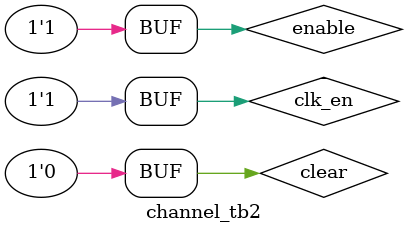
<source format=v>

`timescale 1ns/100ps
module channel_tb2();
	reg enable;				// Enable for counter
	reg clear;				// Clear for counter
	reg clk_en;				// Clock enable
	wire clk;				// Wire connecting clock to counter and both regs
	wire[9:0] data;			// Bus connecting transmit and receive modules
	wire[8:0] data_out;		// Data output of receive
	wire data_valid;		// Output of comparator from receive module

	// Transmit module containing counter and parity gen.
	transmit DUT1(enable, clear, clk, data);

	// Receive module containing reg, parity gen, and comparator
	receive DUT2(clk, data, data_out, data_valid);

	// Clock feeding counter and both regs, period set to 10
	clk #(17) DUT3(clk_en, clk);

	// Using similar inputs as ctr_tb.v
	initial begin
		enable = 0;
		clear = 0;
		clk_en = 1;
		//#10 clear = 1;
		//#40 clear = 0;
		#50 enable = 1;
		//#400 enable = 0;
		//#100 enable = 1;
		//#500 clear = 1;
		//#60 clear = 0;
	end
endmodule
</source>
